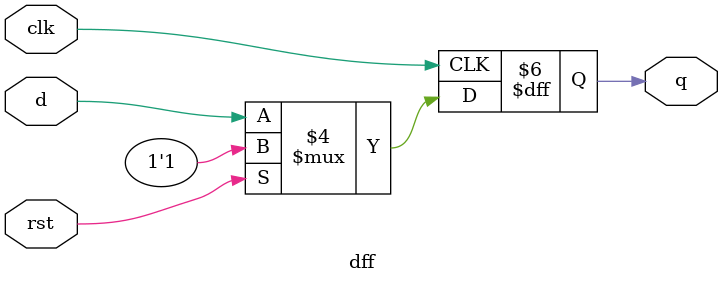
<source format=v>
module prbs(clk,rst,y);
  input clk,rst;
  output[6:0]y;
  wire o;
  dff x1 (clk,rst,o,y[0]);
  dff x2 (clk,rst,y[0],y[1]);  
  dff x3 (clk,rst,y[1],y[2]);  
  dff x4 (clk,rst,y[2],y[3]);  
  dff x5 (clk,rst,y[3],y[4]);  
  dff x6 (clk,rst,y[4],y[5]);    
  dff x7 (clk,rst,y[5],y[6]);
  assign o=y[0]^y[6];
endmodule

module dff(clk,rst,d,q);
  input clk,rst,d;
  output reg q;
  always @(posedge clk)
  begin
    if(rst==1)
      q=1;
    else
      q = d;
    end
  endmodule

</source>
